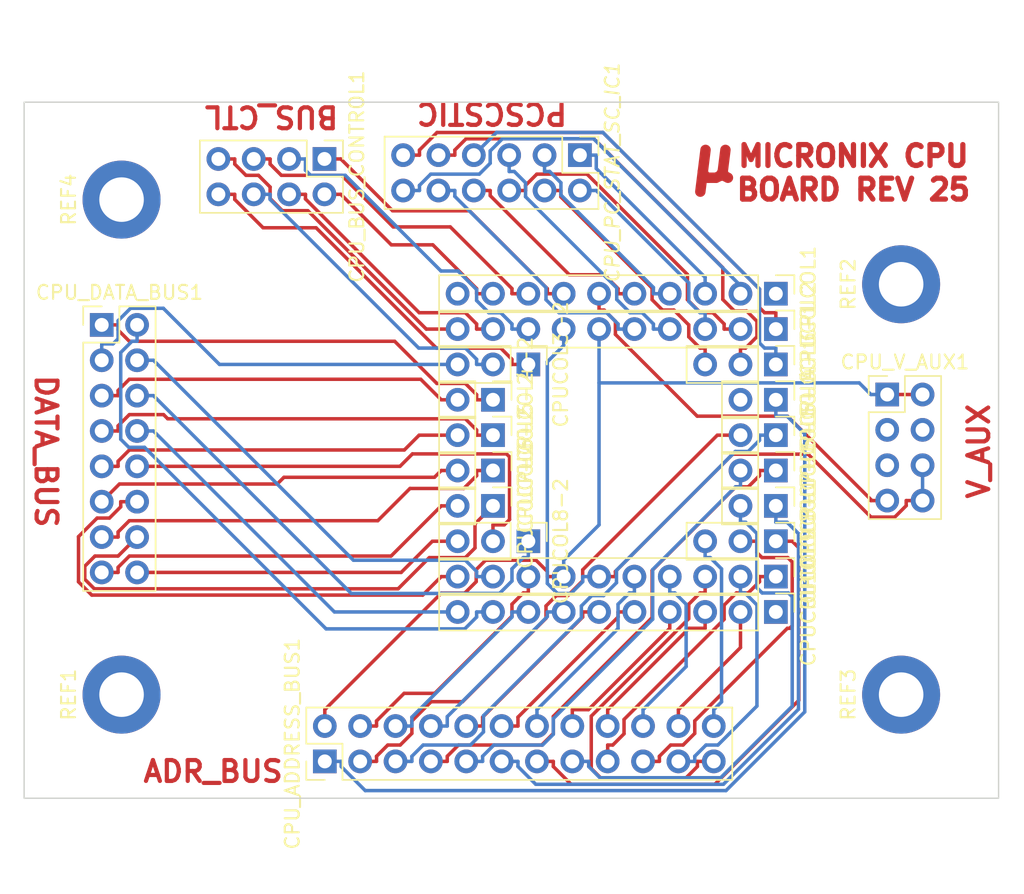
<source format=kicad_pcb>
(kicad_pcb (version 20211014) (generator pcbnew)
  (layers (0 "F.Cu" signal) (31 "B.Cu" signal) (34 "B.Paste" user) (35 "F.Paste" user) (38 "B.Mask" user) (39 "F.Mask" user) (44 "Edge.Cuts" user))
  (net 0 "")
  (net 1 "/K1")
  (net 2 "/J1")
  (net 3 "/H1")
  (net 4 "/G1")
  (net 5 "/F1")
  (net 6 "/E1")
  (net 7 "/D1")
  (net 8 "/C1")
  (net 9 "/B1")
  (net 10 "/A1")
  (net 11 "/K2")
  (net 12 "/J2")
  (net 13 "/H2")
  (net 14 "/G2")
  (net 15 "/F2")
  (net 16 "/D2")
  (net 17 "/C2")
  (net 18 "/B2")
  (net 19 "/A2")
  (net 20 "/K3")
  (net 21 "/J3")
  (net 22 "/H3")
  (net 23 "/C3")
  (net 24 "/B3")
  (net 25 "/A3")
  (net 26 "/K4")
  (net 27 "/J4")
  (net 28 "/B4")
  (net 29 "/A4")
  (net 30 "/K5")
  (net 31 "/J5")
  (net 32 "/B5")
  (net 33 "/A5")
  (net 34 "/K6")
  (net 35 "/J6")
  (net 36 "/B6")
  (net 37 "/A6")
  (net 38 "/K7")
  (net 39 "/J7")
  (net 40 "/B7")
  (net 41 "/A7")
  (net 42 "/K8")
  (net 43 "/J8")
  (net 44 "/H8")
  (net 45 "/C8")
  (net 46 "/B8")
  (net 47 "/A8")
  (net 48 "/K9")
  (net 49 "/J9")
  (net 50 "/H9")
  (net 51 "/G9")
  (net 52 "/F9")
  (net 54 "/D9")
  (net 55 "/C9")
  (net 56 "/B9")
  (net 57 "/A9")
  (net 58 "/K10")
  (net 59 "/J10")
  (net 60 "/H10")
  (net 61 "/G10")
  (net 62 "/F10")
  (net 63 "/E10")
  (net 64 "/D10")
  (net 65 "/C10")
  (net 66 "/B10")
  (net 67 "/A10")
  (footprint "Connector_PinHeader_2.54mm:PinHeader_1x02_P2.54mm_Vertical" (layer "F.Cu") (at 69.425 173.92 -90)
    (fp_text reference "CPUCOL7-1")
    (fp_text value "Conn_01x02_Female")
  )
  (footprint "Connector_PinHeader_2.54mm:PinHeader_1x03_P2.54mm_Vertical" (layer "F.Cu") (at 69.425 163.76 -90)
    (fp_text reference "CPUCOL3-1")
    (fp_text value "Conn_01x03_Female")
  )
  (footprint "MountingHole:MountingHole_3.2mm_M3_DIN965_Pad" (layer "F.Cu") (at 78.425 187.48 90)
    (fp_text reference "REF3")
    (fp_text value "MountingHole_3.2mm_M3_DIN965_Pad")
  )
  (footprint "Connector_PinHeader_2.54mm:PinHeader_1x02_P2.54mm_Vertical" (layer "F.Cu") (at 49.105 173.92 -90)
    (fp_text reference "CPUCOL7-2")
    (fp_text value "Conn_01x02_Female")
  )
  (footprint "Connector_PinHeader_2.54mm:PinHeader_1x02_P2.54mm_Vertical" (layer "F.Cu") (at 49.105 168.84 -90)
    (fp_text reference "CPUCOL5-2")
    (fp_text value "Conn_01x02_Female")
  )
  (footprint "Connector_PinHeader_2.54mm:PinHeader_2x06_P2.54mm_Vertical" (layer "F.Cu") (at 55.35 148.725 -90)
    (fp_text reference "CPU_PC_STAT_SC_IC1")
    (fp_text value "Conn_02x06_Odd_Even")
  )
  (footprint "Connector_PinHeader_2.54mm:PinHeader_1x10_P2.54mm_Vertical" (layer "F.Cu") (at 69.425 158.68 -90)
    (fp_text reference "CPUCOL1")
    (fp_text value "Conn_01x10_Female")
  )
  (footprint "Connector_PinHeader_2.54mm:PinHeader_1x02_P2.54mm_Vertical" (layer "F.Cu") (at 69.425 168.84 -90)
    (fp_text reference "CPUCOL5-1")
    (fp_text value "Conn_01x02_Female")
  )
  (footprint "Connector_PinHeader_2.54mm:PinHeader_1x03_P2.54mm_Vertical" (layer "F.Cu") (at 69.425 176.46 -90)
    (fp_text reference "CPUCOL8-1")
    (fp_text value "Conn_01x03_Female")
  )
  (footprint "Connector_PinHeader_2.54mm:PinHeader_1x02_P2.54mm_Vertical" (layer "F.Cu") (at 69.425 166.3 -90)
    (fp_text reference "CPUCOL4-1")
    (fp_text value "Conn_01x02_Female")
  )
  (footprint "MountingHole:MountingHole_3.2mm_M3_DIN965_Pad" (layer "F.Cu") (at 22.425 151.92 90)
    (fp_text reference "REF4")
    (fp_text value "MountingHole_3.2mm_M3_DIN965_Pad")
  )
  (footprint "Connector_PinHeader_2.54mm:PinHeader_2x04_P2.54mm_Vertical" (layer "F.Cu") (at 77.425 165.92)
    (fp_text reference "CPU_V_AUX1")
    (fp_text value "Conn_02x04_Odd_Even")
  )
  (footprint "Connector_PinHeader_2.54mm:PinHeader_1x10_P2.54mm_Vertical" (layer "F.Cu") (at 69.425 161.22 -90)
    (fp_text reference "CPUCOL2")
    (fp_text value "Conn_01x10_Female")
  )
  (footprint "MountingHole:MountingHole_3.2mm_M3_DIN965_Pad" (layer "F.Cu") (at 78.425 158 90)
    (fp_text reference "REF2")
    (fp_text value "MountingHole_3.2mm_M3_DIN965_Pad")
  )
  (footprint "Connector_PinHeader_2.54mm:PinHeader_1x03_P2.54mm_Vertical" (layer "F.Cu") (at 51.645 163.76 -90)
    (fp_text reference "CPUCOL3-2")
    (fp_text value "Conn_01x03_Female")
  )
  (footprint "Connector_PinHeader_2.54mm:PinHeader_1x02_P2.54mm_Vertical" (layer "F.Cu") (at 49.105 171.38 -90)
    (fp_text reference "CPUCOL6-2")
    (fp_text value "Conn_01x02_Female")
  )
  (footprint "Connector_PinHeader_2.54mm:PinHeader_2x12_P2.54mm_Vertical" (layer "F.Cu") (at 37.025 192.275 90)
    (fp_text reference "CPU_ADDRESS_BUS1")
    (fp_text value "Conn_02x12_Odd_Even")
  )
  (footprint "Connector_PinHeader_2.54mm:PinHeader_1x03_P2.54mm_Vertical" (layer "F.Cu") (at 51.645 176.46 -90)
    (fp_text reference "CPUCOL8-2")
    (fp_text value "Conn_01x03_Female")
  )
  (footprint "Connector_PinHeader_2.54mm:PinHeader_1x02_P2.54mm_Vertical" (layer "F.Cu") (at 49.105 166.3 -90)
    (fp_text reference "CPUCOL4-2")
    (fp_text value "Conn_01x02_Female")
  )
  (footprint "Connector_PinHeader_2.54mm:PinHeader_1x10_P2.54mm_Vertical" (layer "F.Cu") (at 69.425 181.54 -90)
    (fp_text reference "CPUCOL10")
    (fp_text value "Conn_01x10_Female")
  )
  (footprint "Connector_PinHeader_2.54mm:PinHeader_1x10_P2.54mm_Vertical" (layer "F.Cu") (at 69.425 179 -90)
    (fp_text reference "CPUCOL9")
    (fp_text value "Conn_01x10_Female")
  )
  (footprint "Connector_PinHeader_2.54mm:PinHeader_2x04_P2.54mm_Vertical" (layer "F.Cu") (at 37 149 -90)
    (fp_text reference "CPU_BUS_CONTROL1")
    (fp_text value "Conn_02x04_Odd_Even")
  )
  (footprint "MountingHole:MountingHole_3.2mm_M3_DIN965_Pad" (layer "F.Cu") (at 22.425 187.48 90)
    (fp_text reference "REF1")
    (fp_text value "MountingHole_3.2mm_M3_DIN965_Pad")
  )
  (footprint "Connector_PinHeader_2.54mm:PinHeader_1x02_P2.54mm_Vertical" (layer "F.Cu") (at 69.425 171.38 -90)
    (fp_text reference "CPUCOL6-1")
    (fp_text value "Conn_01x02_Female")
  )
  (footprint "Connector_PinHeader_2.54mm:PinHeader_2x08_P2.54mm_Vertical" (layer "F.Cu") (at 21 160.92)
    (fp_text reference "CPU_DATA_BUS1")
    (fp_text value "Conn_02x08_Odd_Even")
  )
  (gr_rect (start 15.425 144.92) (end 85.425 194.92) (layer "Edge.Cuts") (width 0.1) (fill none))
  (gr_text "ADR_BUS" (at 29 193) (layer "F.Cu") (effects (font (size 1.5 1.5) (thickness 0.3))))
  (gr_text "BUS_CTL" (at 33.2 145.97 180) (layer "F.Cu") (effects (font (size 1.5 1.5) (thickness 0.3))))
  (gr_text "μ" (at 65 149) (layer "F.Cu") (effects (font (size 3 3) (thickness 0.75) italic)))
  (gr_text "PCSCSTIC" (at 49.03 145.73 180) (layer "F.Cu") (effects (font (size 1.5 1.5) (thickness 0.3))))
  (gr_text "MICRONIX CPU\nBOARD REV 25" (at 75 150) (layer "F.Cu") (effects (font (size 1.5 1.5) (thickness 0.375))))
  (gr_text "DATA_BUS\n" (at 17 170 270) (layer "F.Cu") (effects (font (size 1.5 1.5) (thickness 0.3))))
  (gr_text "V_AUX\n" (at 84 170 90) (layer "F.Cu") (effects (font (size 1.5 1.5) (thickness 0.3))))
  (segment (start 66.885 158.0984) (end 56.3321 147.5455) (width 0.25) (layer "B.Cu") (net 2))
  (segment (start 48.1231 150.0897) (end 44.6332 150.0897) (width 0.25) (layer "B.Cu") (net 2))
  (segment (start 44.6332 150.0897) (end 43.8253 150.8976) (width 0.25) (layer "B.Cu") (net 2))
  (segment (start 48.9054 148.4232) (end 48.9054 149.3074) (width 0.25) (layer "B.Cu") (net 2))
  (segment (start 42.65 151.265) (end 43.8253 151.265) (width 0.25) (layer "B.Cu") (net 2))
  (segment (start 48.9054 149.3074) (end 48.1231 150.0897) (width 0.25) (layer "B.Cu") (net 2))
  (segment (start 56.3321 147.5455) (end 49.7831 147.5455) (width 0.25) (layer "B.Cu") (net 2))
  (segment (start 43.8253 150.8976) (end 43.8253 151.265) (width 0.25) (layer "B.Cu") (net 2))
  (segment (start 49.7831 147.5455) (end 48.9054 148.4232) (width 0.25) (layer "B.Cu") (net 2))
  (segment (start 66.885 158.68) (end 66.885 158.0984) (width 0.25) (layer "B.Cu") (net 2))
  (segment (start 64.345 158.68) (end 64.345 157.5047) (width 0.25) (layer "B.Cu") (net 3))
  (segment (start 56.5253 149.685) (end 56.5253 148.725) (width 0.25) (layer "B.Cu") (net 3))
  (segment (start 55.35 148.725) (end 56.5253 148.725) (width 0.25) (layer "B.Cu") (net 3))
  (segment (start 64.345 157.5047) (end 56.5253 149.685) (width 0.25) (layer "B.Cu") (net 3))
  (segment (start 53.9853 150.7082) (end 53.1774 149.9003) (width 0.25) (layer "B.Cu") (net 4))
  (segment (start 61.805 158.68) (end 60.6297 158.68) (width 0.25) (layer "B.Cu") (net 4))
  (segment (start 60.6297 158.68) (end 60.6297 158.2325) (width 0.25) (layer "B.Cu") (net 4))
  (segment (start 53.1774 149.9003) (end 52.81 149.9003) (width 0.25) (layer "B.Cu") (net 4))
  (segment (start 52.81 148.725) (end 52.81 149.9003) (width 0.25) (layer "B.Cu") (net 4))
  (segment (start 60.6297 158.2325) (end 53.9853 151.5881) (width 0.25) (layer "B.Cu") (net 4))
  (segment (start 53.9853 151.5881) (end 53.9853 150.7082) (width 0.25) (layer "B.Cu") (net 4))
  (segment (start 54.5911 157.3181) (end 48.9053 151.6323) (width 0.25) (layer "F.Cu") (net 5))
  (segment (start 57.0952 157.3181) (end 54.5911 157.3181) (width 0.25) (layer "F.Cu") (net 5))
  (segment (start 59.265 158.68) (end 58.0897 158.68) (width 0.25) (layer "F.Cu") (net 5))
  (segment (start 58.0897 158.68) (end 58.0897 158.3126) (width 0.25) (layer "F.Cu") (net 5))
  (segment (start 47.73 151.265) (end 48.9053 151.265) (width 0.25) (layer "F.Cu") (net 5))
  (segment (start 58.0897 158.3126) (end 57.0952 157.3181) (width 0.25) (layer "F.Cu") (net 5))
  (segment (start 48.9053 151.6323) (end 48.9053 151.265) (width 0.25) (layer "F.Cu") (net 5))
  (segment (start 57.0924 159.8553) (end 57.9003 160.6632) (width 0.25) (layer "F.Cu") (net 6))
  (segment (start 56.725 159.8553) (end 57.0924 159.8553) (width 0.25) (layer "F.Cu") (net 6))
  (segment (start 70.2586 167.4754) (end 76.2497 173.4665) (width 0.25) (layer "F.Cu") (net 6))
  (segment (start 76.2497 173.4665) (end 76.2497 173.54) (width 0.25) (layer "F.Cu") (net 6))
  (segment (start 57.9003 160.6632) (end 57.9003 161.6013) (width 0.25) (layer "F.Cu") (net 6))
  (segment (start 56.725 158.68) (end 56.725 159.8553) (width 0.25) (layer "F.Cu") (net 6))
  (segment (start 77.425 173.54) (end 76.2497 173.54) (width 0.25) (layer "F.Cu") (net 6))
  (segment (start 63.7744 167.4754) (end 70.2586 167.4754) (width 0.25) (layer "F.Cu") (net 6))
  (segment (start 57.9003 161.6013) (end 63.7744 167.4754) (width 0.25) (layer "F.Cu") (net 6))
  (segment (start 53.0097 158.3127) (end 47.4208 152.7238) (width 0.25) (layer "F.Cu") (net 7))
  (segment (start 54.185 158.68) (end 53.0097 158.68) (width 0.25) (layer "F.Cu") (net 7))
  (segment (start 41.8991 152.7238) (end 38.1753 149) (width 0.25) (layer "F.Cu") (net 7))
  (segment (start 47.4208 152.7238) (end 41.8991 152.7238) (width 0.25) (layer "F.Cu") (net 7))
  (segment (start 37 149) (end 38.1753 149) (width 0.25) (layer "F.Cu") (net 7))
  (segment (start 53.0097 158.68) (end 53.0097 158.3127) (width 0.25) (layer "F.Cu") (net 7))
  (segment (start 33.0953 149.3674) (end 33.0953 149) (width 0.25) (layer "F.Cu") (net 8))
  (segment (start 50.4697 158.68) (end 50.4697 158.3127) (width 0.25) (layer "F.Cu") (net 8))
  (segment (start 33.9032 150.1753) (end 33.0953 149.3674) (width 0.25) (layer "F.Cu") (net 8))
  (segment (start 51.645 158.68) (end 50.4697 158.68) (width 0.25) (layer "F.Cu") (net 8))
  (segment (start 31.92 149) (end 33.0953 149) (width 0.25) (layer "F.Cu") (net 8))
  (segment (start 50.4697 158.3127) (end 46.0378 153.8808) (width 0.25) (layer "F.Cu") (net 8))
  (segment (start 38.231 150.1753) (end 33.9032 150.1753) (width 0.25) (layer "F.Cu") (net 8))
  (segment (start 41.9365 153.8808) (end 38.231 150.1753) (width 0.25) (layer "F.Cu") (net 8))
  (segment (start 46.0378 153.8808) (end 41.9365 153.8808) (width 0.25) (layer "F.Cu") (net 8))
  (segment (start 47.9297 158.3126) (end 47.9297 158.68) (width 0.25) (layer "F.Cu") (net 9))
  (segment (start 37 151.54) (end 38.1753 151.54) (width 0.25) (layer "F.Cu") (net 9))
  (segment (start 49.105 158.68) (end 47.9297 158.68) (width 0.25) (layer "F.Cu") (net 9))
  (segment (start 41.8048 155.1695) (end 44.7866 155.1695) (width 0.25) (layer "F.Cu") (net 9))
  (segment (start 44.7866 155.1695) (end 47.9297 158.3126) (width 0.25) (layer "F.Cu") (net 9))
  (segment (start 38.1753 151.54) (end 41.8048 155.1695) (width 0.25) (layer "F.Cu") (net 9))
  (segment (start 68.6169 160.0447) (end 68.2497 159.6775) (width 0.25) (layer "F.Cu") (net 11))
  (segment (start 68.2497 158.3469) (end 57.0022 147.0994) (width 0.25) (layer "F.Cu") (net 11))
  (segment (start 69.425 161.22) (end 69.425 160.0447) (width 0.25) (layer "F.Cu") (net 11))
  (segment (start 69.425 160.0447) (end 68.6169 160.0447) (width 0.25) (layer "F.Cu") (net 11))
  (segment (start 42.65 148.725) (end 43.8253 148.725) (width 0.25) (layer "F.Cu") (net 11))
  (segment (start 68.2497 159.6775) (end 68.2497 158.3469) (width 0.25) (layer "F.Cu") (net 11))
  (segment (start 43.8253 148.3576) (end 43.8253 148.725) (width 0.25) (layer "F.Cu") (net 11))
  (segment (start 57.0022 147.0994) (end 45.0835 147.0994) (width 0.25) (layer "F.Cu") (net 11))
  (segment (start 45.0835 147.0994) (end 43.8253 148.3576) (width 0.25) (layer "F.Cu") (net 11))
  (segment (start 63.075 159.111) (end 63.075 157.3004) (width 0.25) (layer "F.Cu") (net 12))
  (segment (start 64.0087 160.0447) (end 63.075 159.111) (width 0.25) (layer "F.Cu") (net 12))
  (segment (start 63.075 157.3004) (end 55.8643 150.0897) (width 0.25) (layer "F.Cu") (net 12))
  (segment (start 64.9018 160.0447) (end 64.0087 160.0447) (width 0.25) (layer "F.Cu") (net 12))
  (segment (start 52.2532 150.0897) (end 51.4453 150.8976) (width 0.25) (layer "F.Cu") (net 12))
  (segment (start 51.4453 150.8976) (end 51.4453 151.265) (width 0.25) (layer "F.Cu") (net 12))
  (segment (start 65.7097 160.8526) (end 64.9018 160.0447) (width 0.25) (layer "F.Cu") (net 12))
  (segment (start 50.27 151.265) (end 51.4453 151.265) (width 0.25) (layer "F.Cu") (net 12))
  (segment (start 65.7097 161.22) (end 65.7097 160.8526) (width 0.25) (layer "F.Cu") (net 12))
  (segment (start 55.8643 150.0897) (end 52.2532 150.0897) (width 0.25) (layer "F.Cu") (net 12))
  (segment (start 66.885 161.22) (end 65.7097 161.22) (width 0.25) (layer "F.Cu") (net 12))
  (segment (start 64.345 161.22) (end 64.345 160.0447) (width 0.25) (layer "B.Cu") (net 13))
  (segment (start 63.1697 157.9094) (end 56.5253 151.265) (width 0.25) (layer "B.Cu") (net 13))
  (segment (start 63.9776 160.0447) (end 63.1697 159.2368) (width 0.25) (layer "B.Cu") (net 13))
  (segment (start 55.35 151.265) (end 56.5253 151.265) (width 0.25) (layer "B.Cu") (net 13))
  (segment (start 64.345 160.0447) (end 63.9776 160.0447) (width 0.25) (layer "B.Cu") (net 13))
  (segment (start 63.1697 159.2368) (end 63.1697 157.9094) (width 0.25) (layer "B.Cu") (net 13))
  (segment (start 50.6374 149.9003) (end 50.27 149.9003) (width 0.25) (layer "B.Cu") (net 14))
  (segment (start 57.995 159.0942) (end 57.995 158.2623) (width 0.25) (layer "B.Cu") (net 14))
  (segment (start 60.6297 160.8526) (end 59.8218 160.0447) (width 0.25) (layer "B.Cu") (net 14))
  (segment (start 59.8218 160.0447) (end 58.9455 160.0447) (width 0.25) (layer "B.Cu") (net 14))
  (segment (start 57.995 158.2623) (end 51.4453 151.7126) (width 0.25) (layer "B.Cu") (net 14))
  (segment (start 61.805 161.22) (end 60.6297 161.22) (width 0.25) (layer "B.Cu") (net 14))
  (segment (start 50.27 148.725) (end 50.27 149.9003) (width 0.25) (layer "B.Cu") (net 14))
  (segment (start 51.4453 150.7082) (end 50.6374 149.9003) (width 0.25) (layer "B.Cu") (net 14))
  (segment (start 51.4453 151.7126) (end 51.4453 150.7082) (width 0.25) (layer "B.Cu") (net 14))
  (segment (start 58.9455 160.0447) (end 57.995 159.0942) (width 0.25) (layer "B.Cu") (net 14))
  (segment (start 60.6297 161.22) (end 60.6297 160.8526) (width 0.25) (layer "B.Cu") (net 14))
  (segment (start 52.915 158.2371) (end 46.3653 151.6874) (width 0.25) (layer "B.Cu") (net 15))
  (segment (start 58.0897 160.8526) (end 57.2818 160.0447) (width 0.25) (layer "B.Cu") (net 15))
  (segment (start 57.2818 160.0447) (end 53.8487 160.0447) (width 0.25) (layer "B.Cu") (net 15))
  (segment (start 46.3653 151.6874) (end 46.3653 151.265) (width 0.25) (layer "B.Cu") (net 15))
  (segment (start 45.19 151.265) (end 46.3653 151.265) (width 0.25) (layer "B.Cu") (net 15))
  (segment (start 53.8487 160.0447) (end 52.915 159.111) (width 0.25) (layer "B.Cu") (net 15))
  (segment (start 58.0897 161.22) (end 58.0897 160.8526) (width 0.25) (layer "B.Cu") (net 15))
  (segment (start 59.265 161.22) (end 58.0897 161.22) (width 0.25) (layer "B.Cu") (net 15))
  (segment (start 52.915 159.111) (end 52.915 158.2371) (width 0.25) (layer "B.Cu") (net 15))
  (segment (start 66.3284 170.2046) (end 71.7391 170.2046) (width 0.25) (layer "F.Cu") (net 16))
  (segment (start 77.9672 174.7278) (end 78.7897 173.9053) (width 0.25) (layer "F.Cu") (net 16))
  (segment (start 78.7897 173.9053) (end 78.7897 173.54) (width 0.25) (layer "F.Cu") (net 16))
  (segment (start 76.2623 174.7278) (end 77.9672 174.7278) (width 0.25) (layer "F.Cu") (net 16))
  (segment (start 57.9003 178.6327) (end 66.3284 170.2046) (width 0.25) (layer "F.Cu") (net 16))
  (segment (start 71.7391 170.2046) (end 76.2623 174.7278) (width 0.25) (layer "F.Cu") (net 16))
  (segment (start 57.9003 179) (end 57.9003 178.6327) (width 0.25) (layer "F.Cu") (net 16))
  (segment (start 79.965 173.54) (end 78.7897 173.54) (width 0.25) (layer "F.Cu") (net 16))
  (segment (start 56.725 179) (end 57.9003 179) (width 0.25) (layer "F.Cu") (net 16))
  (segment (start 53.7355 180.2153) (end 53.0097 179.4895) (width 0.25) (layer "B.Cu") (net 16))
  (segment (start 79.965 173.54) (end 79.965 171) (width 0.25) (layer "B.Cu") (net 16))
  (segment (start 54.7017 180.2153) (end 53.7355 180.2153) (width 0.25) (layer "B.Cu") (net 16))
  (segment (start 55.5497 179) (end 55.5497 179.3673) (width 0.25) (layer "B.Cu") (net 16))
  (segment (start 54.185 161.22) (end 54.185 162.3953) (width 0.25) (layer "B.Cu") (net 16))
  (segment (start 53.0097 163.5706) (end 54.185 162.3953) (width 0.25) (layer "B.Cu") (net 16))
  (segment (start 56.725 179) (end 55.5497 179) (width 0.25) (layer "B.Cu") (net 16))
  (segment (start 55.5497 179.3673) (end 54.7017 180.2153) (width 0.25) (layer "B.Cu") (net 16))
  (segment (start 53.0097 179.4895) (end 53.0097 163.5706) (width 0.25) (layer "B.Cu") (net 16))
  (segment (start 50.4697 160.8526) (end 49.6618 160.0447) (width 0.25) (layer "B.Cu") (net 17))
  (segment (start 46.5952 157.0477) (end 45.3691 157.0477) (width 0.25) (layer "B.Cu") (net 17))
  (segment (start 35.6353 149.8081) (end 35.6353 149) (width 0.25) (layer "B.Cu") (net 17))
  (segment (start 36.0025 150.1753) (end 35.6353 149.8081) (width 0.25) (layer "B.Cu") (net 17))
  (segment (start 50.4697 161.22) (end 50.4697 160.8526) (width 0.25) (layer "B.Cu") (net 17))
  (segment (start 38.4967 150.1753) (end 36.0025 150.1753) (width 0.25) (layer "B.Cu") (net 17))
  (segment (start 48.8049 160.0447) (end 47.9296 159.1694) (width 0.25) (layer "B.Cu") (net 17))
  (segment (start 34.46 149) (end 35.6353 149) (width 0.25) (layer "B.Cu") (net 17))
  (segment (start 45.3691 157.0477) (end 38.4967 150.1753) (width 0.25) (layer "B.Cu") (net 17))
  (segment (start 47.9296 159.1694) (end 47.9296 158.3821) (width 0.25) (layer "B.Cu") (net 17))
  (segment (start 47.9296 158.3821) (end 46.5952 157.0477) (width 0.25) (layer "B.Cu") (net 17))
  (segment (start 51.645 161.22) (end 50.4697 161.22) (width 0.25) (layer "B.Cu") (net 17))
  (segment (start 49.6618 160.0447) (end 48.8049 160.0447) (width 0.25) (layer "B.Cu") (net 17))
  (segment (start 47.9297 161.22) (end 47.9297 160.8526) (width 0.25) (layer "F.Cu") (net 18))
  (segment (start 47.1218 160.0447) (end 43.8076 160.0447) (width 0.25) (layer "F.Cu") (net 18))
  (segment (start 34.46 151.54) (end 35.6353 151.54) (width 0.25) (layer "F.Cu") (net 18))
  (segment (start 35.6353 151.8724) (end 35.6353 151.54) (width 0.25) (layer "F.Cu") (net 18))
  (segment (start 47.9297 160.8526) (end 47.1218 160.0447) (width 0.25) (layer "F.Cu") (net 18))
  (segment (start 43.8076 160.0447) (end 35.6353 151.8724) (width 0.25) (layer "F.Cu") (net 18))
  (segment (start 49.105 161.22) (end 47.9297 161.22) (width 0.25) (layer "F.Cu") (net 18))
  (segment (start 33.0954 151.0144) (end 32.2563 150.1753) (width 0.25) (layer "F.Cu") (net 19))
  (segment (start 33.0954 151.8397) (end 33.0954 151.0144) (width 0.25) (layer "F.Cu") (net 19))
  (segment (start 29.38 149) (end 30.5553 149) (width 0.25) (layer "F.Cu") (net 19))
  (segment (start 46.565 161.22) (end 44.3111 161.22) (width 0.25) (layer "F.Cu") (net 19))
  (segment (start 44.3111 161.22) (end 35.8064 152.7153) (width 0.25) (layer "F.Cu") (net 19))
  (segment (start 31.3632 150.1753) (end 30.5553 149.3674) (width 0.25) (layer "F.Cu") (net 19))
  (segment (start 30.5553 149.3674) (end 30.5553 149) (width 0.25) (layer "F.Cu") (net 19))
  (segment (start 33.971 152.7153) (end 33.0954 151.8397) (width 0.25) (layer "F.Cu") (net 19))
  (segment (start 32.2563 150.1753) (end 31.3632 150.1753) (width 0.25) (layer "F.Cu") (net 19))
  (segment (start 35.8064 152.7153) (end 33.971 152.7153) (width 0.25) (layer "F.Cu") (net 19))
  (segment (start 69.425 163.76) (end 69.425 162.5847) (width 0.25) (layer "B.Cu") (net 20))
  (segment (start 57.0005 147.0951) (end 49.3599 147.0951) (width 0.25) (layer "B.Cu") (net 20))
  (segment (start 68.6169 162.5847) (end 68.2497 162.2175) (width 0.25) (layer "B.Cu") (net 20))
  (segment (start 69.425 162.5847) (end 68.6169 162.5847) (width 0.25) (layer "B.Cu") (net 20))
  (segment (start 68.2497 162.2175) (end 68.2497 158.3443) (width 0.25) (layer "B.Cu") (net 20))
  (segment (start 68.2497 158.3443) (end 57.0005 147.0951) (width 0.25) (layer "B.Cu") (net 20))
  (segment (start 49.3599 147.0951) (end 47.73 148.725) (width 0.25) (layer "B.Cu") (net 20))
  (segment (start 66.4374 159.9166) (end 65.615 159.0942) (width 0.25) (layer "F.Cu") (net 21))
  (segment (start 68.0655 161.7715) (end 68.0655 160.6581) (width 0.25) (layer "F.Cu") (net 21))
  (segment (start 56.3542 147.5497) (end 47.1732 147.5497) (width 0.25) (layer "F.Cu") (net 21))
  (segment (start 65.615 156.8105) (end 56.3542 147.5497) (width 0.25) (layer "F.Cu") (net 21))
  (segment (start 46.3653 148.3576) (end 46.3653 148.725) (width 0.25) (layer "F.Cu") (net 21))
  (segment (start 66.885 163.76) (end 66.885 162.5847) (width 0.25) (layer "F.Cu") (net 21))
  (segment (start 67.324 159.9166) (end 66.4374 159.9166) (width 0.25) (layer "F.Cu") (net 21))
  (segment (start 67.2523 162.5847) (end 68.0655 161.7715) (width 0.25) (layer "F.Cu") (net 21))
  (segment (start 68.0655 160.6581) (end 67.324 159.9166) (width 0.25) (layer "F.Cu") (net 21))
  (segment (start 45.19 148.725) (end 46.3653 148.725) (width 0.25) (layer "F.Cu") (net 21))
  (segment (start 47.1732 147.5497) (end 46.3653 148.3576) (width 0.25) (layer "F.Cu") (net 21))
  (segment (start 66.885 162.5847) (end 67.2523 162.5847) (width 0.25) (layer "F.Cu") (net 21))
  (segment (start 65.615 159.0942) (end 65.615 156.8105) (width 0.25) (layer "F.Cu") (net 21))
  (segment (start 53.9853 151.7241) (end 53.9853 151.265) (width 0.25) (layer "F.Cu") (net 22))
  (segment (start 64.345 163.76) (end 64.345 162.5847) (width 0.25) (layer "F.Cu") (net 22))
  (segment (start 64.345 162.5847) (end 63.9776 162.5847) (width 0.25) (layer "F.Cu") (net 22))
  (segment (start 52.81 151.265) (end 53.9853 151.265) (width 0.25) (layer "F.Cu") (net 22))
  (segment (start 60.535 159.111) (end 60.535 158.2738) (width 0.25) (layer "F.Cu") (net 22))
  (segment (start 62.1046 159.8554) (end 61.2794 159.8554) (width 0.25) (layer "F.Cu") (net 22))
  (segment (start 63.9776 162.5847) (end 63.1697 161.7768) (width 0.25) (layer "F.Cu") (net 22))
  (segment (start 63.1697 160.9205) (end 62.1046 159.8554) (width 0.25) (layer "F.Cu") (net 22))
  (segment (start 61.2794 159.8554) (end 60.535 159.111) (width 0.25) (layer "F.Cu") (net 22))
  (segment (start 60.535 158.2738) (end 53.9853 151.7241) (width 0.25) (layer "F.Cu") (net 22))
  (segment (start 63.1697 161.7768) (end 63.1697 160.9205) (width 0.25) (layer "F.Cu") (net 22))
  (segment (start 49.6618 162.5847) (end 45.0389 162.5847) (width 0.25) (layer "F.Cu") (net 23))
  (segment (start 30.5553 151.9073) (end 30.5553 151.54) (width 0.25) (layer "F.Cu") (net 23))
  (segment (start 50.4697 163.3926) (end 49.6618 162.5847) (width 0.25) (layer "F.Cu") (net 23))
  (segment (start 50.4697 163.76) (end 50.4697 163.3926) (width 0.25) (layer "F.Cu") (net 23))
  (segment (start 45.0389 162.5847) (end 36.3969 153.9427) (width 0.25) (layer "F.Cu") (net 23))
  (segment (start 29.38 151.54) (end 30.5553 151.54) (width 0.25) (layer "F.Cu") (net 23))
  (segment (start 36.3969 153.9427) (end 32.5907 153.9427) (width 0.25) (layer "F.Cu") (net 23))
  (segment (start 51.645 163.76) (end 50.4697 163.76) (width 0.25) (layer "F.Cu") (net 23))
  (segment (start 32.5907 153.9427) (end 30.5553 151.9073) (width 0.25) (layer "F.Cu") (net 23))
  (segment (start 47.1218 162.5847) (end 43.7727 162.5847) (width 0.25) (layer "B.Cu") (net 24))
  (segment (start 43.7727 162.5847) (end 33.0953 151.9073) (width 0.25) (layer "B.Cu") (net 24))
  (segment (start 31.92 151.54) (end 33.0953 151.54) (width 0.25) (layer "B.Cu") (net 24))
  (segment (start 49.105 163.76) (end 47.9297 163.76) (width 0.25) (layer "B.Cu") (net 24))
  (segment (start 33.0953 151.9073) (end 33.0953 151.54) (width 0.25) (layer "B.Cu") (net 24))
  (segment (start 47.9297 163.76) (end 47.9297 163.3926) (width 0.25) (layer "B.Cu") (net 24))
  (segment (start 47.9297 163.3926) (end 47.1218 162.5847) (width 0.25) (layer "B.Cu") (net 24))
  (segment (start 46.565 163.76) (end 29.4593 163.76) (width 0.25) (layer "B.Cu") (net 25))
  (segment (start 22.1753 160.6223) (end 22.1753 161.9175) (width 0.25) (layer "B.Cu") (net 25))
  (segment (start 23.071 159.7266) (end 22.1753 160.6223) (width 0.25) (layer "B.Cu") (net 25))
  (segment (start 21.8081 162.2847) (end 21 162.2847) (width 0.25) (layer "B.Cu") (net 25))
  (segment (start 29.4593 163.76) (end 25.4259 159.7266) (width 0.25) (layer "B.Cu") (net 25))
  (segment (start 25.4259 159.7266) (end 23.071 159.7266) (width 0.25) (layer "B.Cu") (net 25))
  (segment (start 22.1753 161.9175) (end 21.8081 162.2847) (width 0.25) (layer "B.Cu") (net 25))
  (segment (start 21 163.46) (end 21 162.2847) (width 0.25) (layer "B.Cu") (net 25))
  (segment (start 38.2003 192.6423) (end 38.2003 192.275) (width 0.25) (layer "B.Cu") (net 26))
  (segment (start 71.5012 168.7435) (end 71.5012 188.7173) (width 0.25) (layer "B.Cu") (net 26))
  (segment (start 39.9299 194.3719) (end 38.2003 192.6423) (width 0.25) (layer "B.Cu") (net 26))
  (segment (start 70.233 167.4753) (end 71.5012 168.7435) (width 0.25) (layer "B.Cu") (net 26))
  (segment (start 71.5012 188.7173) (end 65.8466 194.3719) (width 0.25) (layer "B.Cu") (net 26))
  (segment (start 65.8466 194.3719) (end 39.9299 194.3719) (width 0.25) (layer "B.Cu") (net 26))
  (segment (start 69.425 167.4753) (end 70.233 167.4753) (width 0.25) (layer "B.Cu") (net 26))
  (segment (start 69.425 166.3) (end 69.425 167.4753) (width 0.25) (layer "B.Cu") (net 26))
  (segment (start 37.025 192.275) (end 38.2003 192.275) (width 0.25) (layer "B.Cu") (net 26))
  (segment (start 49.105 166.3) (end 47.9297 166.3) (width 0.25) (layer "F.Cu") (net 28))
  (segment (start 22.1753 160.92) (end 22.1753 161.2874) (width 0.25) (layer "F.Cu") (net 28))
  (segment (start 21 160.92) (end 22.1753 160.92) (width 0.25) (layer "F.Cu") (net 28))
  (segment (start 22.9832 162.0953) (end 42.0411 162.0953) (width 0.25) (layer "F.Cu") (net 28))
  (segment (start 47.9297 165.9326) (end 47.9297 166.3) (width 0.25) (layer "F.Cu") (net 28))
  (segment (start 42.0411 162.0953) (end 45.0705 165.1247) (width 0.25) (layer "F.Cu") (net 28))
  (segment (start 47.1218 165.1247) (end 47.9297 165.9326) (width 0.25) (layer "F.Cu") (net 28))
  (segment (start 45.0705 165.1247) (end 47.1218 165.1247) (width 0.25) (layer "F.Cu") (net 28))
  (segment (start 22.1753 161.2874) (end 22.9832 162.0953) (width 0.25) (layer "F.Cu") (net 28))
  (segment (start 46.565 166.3) (end 45.3897 166.3) (width 0.25) (layer "F.Cu") (net 29))
  (segment (start 45.3897 166.3) (end 43.9144 164.8247) (width 0.25) (layer "F.Cu") (net 29))
  (segment (start 22.9832 164.8247) (end 22.1753 165.6326) (width 0.25) (layer "F.Cu") (net 29))
  (segment (start 21 166) (end 22.1753 166) (width 0.25) (layer "F.Cu") (net 29))
  (segment (start 43.9144 164.8247) (end 22.9832 164.8247) (width 0.25) (layer "F.Cu") (net 29))
  (segment (start 22.1753 165.6326) (end 22.1753 166) (width 0.25) (layer "F.Cu") (net 29))
  (segment (start 55.455 181.109) (end 55.455 181.9567) (width 0.25) (layer "B.Cu") (net 30))
  (segment (start 44.0882 191.0997) (end 43.2803 191.9076) (width 0.25) (layer "B.Cu") (net 30))
  (segment (start 68.2497 169.2074) (end 67.4418 170.0153) (width 0.25) (layer "B.Cu") (net 30))
  (segment (start 69.425 168.84) (end 68.2497 168.84) (width 0.25) (layer "B.Cu") (net 30))
  (segment (start 66.5095 170.0153) (end 57.9771 178.5477) (width 0.25) (layer "B.Cu") (net 30))
  (segment (start 67.4418 170.0153) (end 66.5095 170.0153) (width 0.25) (layer "B.Cu") (net 30))
  (segment (start 57.9771 179.4398) (end 57.0523 180.3646) (width 0.25) (layer "B.Cu") (net 30))
  (segment (start 47.4854 191.0997) (end 44.0882 191.0997) (width 0.25) (layer "B.Cu") (net 30))
  (segment (start 43.2803 191.9076) (end 43.2803 192.275) (width 0.25) (layer "B.Cu") (net 30))
  (segment (start 48.4216 188.9901) (end 48.4216 190.1635) (width 0.25) (layer "B.Cu") (net 30))
  (segment (start 57.9771 178.5477) (end 57.9771 179.4398) (width 0.25) (layer "B.Cu") (net 30))
  (segment (start 68.2497 168.84) (end 68.2497 169.2074) (width 0.25) (layer "B.Cu") (net 30))
  (segment (start 55.455 181.9567) (end 48.4216 188.9901) (width 0.25) (layer "B.Cu") (net 30))
  (segment (start 56.1994 180.3646) (end 55.455 181.109) (width 0.25) (layer "B.Cu") (net 30))
  (segment (start 57.0523 180.3646) (end 56.1994 180.3646) (width 0.25) (layer "B.Cu") (net 30))
  (segment (start 42.105 192.275) (end 43.2803 192.275) (width 0.25) (layer "B.Cu") (net 30))
  (segment (start 48.4216 190.1635) (end 47.4854 191.0997) (width 0.25) (layer "B.Cu") (net 30))
  (segment (start 43.2804 190.2606) (end 42.4413 191.0997) (width 0.25) (layer "F.Cu") (net 31))
  (segment (start 41.5482 191.0997) (end 40.7403 191.9076) (width 0.25) (layer "F.Cu") (net 31))
  (segment (start 40.7403 191.9076) (end 40.7403 192.275) (width 0.25) (layer "F.Cu") (net 31))
  (segment (start 53.6594 180.3646) (end 52.915 181.109) (width 0.25) (layer "F.Cu") (net 31))
  (segment (start 66.885 168.84) (end 65.2228 168.84) (width 0.25) (layer "F.Cu") (net 31))
  (segment (start 52.915 181.9941) (end 46.923 187.9861) (width 0.25) (layer "F.Cu") (net 31))
  (segment (start 65.2228 168.84) (end 55.5497 178.5131) (width 0.25) (layer "F.Cu") (net 31))
  (segment (start 42.4413 191.0997) (end 41.5482 191.0997) (width 0.25) (layer "F.Cu") (net 31))
  (segment (start 46.923 187.9861) (end 44.664 187.9861) (width 0.25) (layer "F.Cu") (net 31))
  (segment (start 54.4846 180.3646) (end 53.6594 180.3646) (width 0.25) (layer "F.Cu") (net 31))
  (segment (start 39.565 192.275) (end 40.7403 192.275) (width 0.25) (layer "F.Cu") (net 31))
  (segment (start 55.5497 178.5131) (end 55.5497 179.2995) (width 0.25) (layer "F.Cu") (net 31))
  (segment (start 52.915 181.109) (end 52.915 181.9941) (width 0.25) (layer "F.Cu") (net 31))
  (segment (start 44.664 187.9861) (end 43.2804 189.3697) (width 0.25) (layer "F.Cu") (net 31))
  (segment (start 55.5497 179.2995) (end 54.4846 180.3646) (width 0.25) (layer "F.Cu") (net 31))
  (segment (start 43.2804 189.3697) (end 43.2804 190.2606) (width 0.25) (layer "F.Cu") (net 31))
  (segment (start 25.7431 167.6647) (end 25.4431 167.3647) (width 0.25) (layer "F.Cu") (net 32))
  (segment (start 22.1753 168.1726) (end 22.1753 168.54) (width 0.25) (layer "F.Cu") (net 32))
  (segment (start 22.9832 167.3647) (end 22.1753 168.1726) (width 0.25) (layer "F.Cu") (net 32))
  (segment (start 47.9297 168.4726) (end 47.1218 167.6647) (width 0.25) (layer "F.Cu") (net 32))
  (segment (start 47.9297 168.84) (end 47.9297 168.4726) (width 0.25) (layer "F.Cu") (net 32))
  (segment (start 49.105 168.84) (end 47.9297 168.84) (width 0.25) (layer "F.Cu") (net 32))
  (segment (start 21 168.54) (end 22.1753 168.54) (width 0.25) (layer "F.Cu") (net 32))
  (segment (start 25.4431 167.3647) (end 22.9832 167.3647) (width 0.25) (layer "F.Cu") (net 32))
  (segment (start 47.1218 167.6647) (end 25.7431 167.6647) (width 0.25) (layer "F.Cu") (net 32))
  (segment (start 22.9832 169.9047) (end 22.1753 170.7126) (width 0.25) (layer "F.Cu") (net 33))
  (segment (start 46.565 168.84) (end 45.3897 168.84) (width 0.25) (layer "F.Cu") (net 33))
  (segment (start 43.8012 168.84) (end 42.7365 169.9047) (width 0.25) (layer "F.Cu") (net 33))
  (segment (start 21 171.08) (end 22.1753 171.08) (width 0.25) (layer "F.Cu") (net 33))
  (segment (start 45.3897 168.84) (end 43.8012 168.84) (width 0.25) (layer "F.Cu") (net 33))
  (segment (start 22.1753 170.7126) (end 22.1753 171.08) (width 0.25) (layer "F.Cu") (net 33))
  (segment (start 42.7365 169.9047) (end 22.9832 169.9047) (width 0.25) (layer "F.Cu") (net 33))
  (segment (start 60.535 181.9473) (end 53.4404 189.0419) (width 0.25) (layer "F.Cu") (net 34))
  (segment (start 60.535 178.5636) (end 60.535 181.9473) (width 0.25) (layer "F.Cu") (net 34))
  (segment (start 45.8203 191.9076) (end 45.8203 192.275) (width 0.25) (layer "F.Cu") (net 34))
  (segment (start 68.2497 171.38) (end 68.2497 171.7474) (width 0.25) (layer "F.Cu") (net 34))
  (segment (start 53.4404 190.2689) (end 52.6096 191.0997) (width 0.25) (layer "F.Cu") (net 34))
  (segment (start 52.6096 191.0997) (end 46.6282 191.0997) (width 0.25) (layer "F.Cu") (net 34))
  (segment (start 44.645 192.275) (end 45.8203 192.275) (width 0.25) (layer "F.Cu") (net 34))
  (segment (start 68.2497 171.7474) (end 67.4418 172.5553) (width 0.25) (layer "F.Cu") (net 34))
  (segment (start 69.425 171.38) (end 68.2497 171.38) (width 0.25) (layer "F.Cu") (net 34))
  (segment (start 66.5433 172.5553) (end 60.535 178.5636) (width 0.25) (layer "F.Cu") (net 34))
  (segment (start 53.4404 189.0419) (end 53.4404 190.2689) (width 0.25) (layer "F.Cu") (net 34))
  (segment (start 67.4418 172.5553) (end 66.5433 172.5553) (width 0.25) (layer "F.Cu") (net 34))
  (segment (start 46.6282 191.0997) (end 45.8203 191.9076) (width 0.25) (layer "F.Cu") (net 34))
  (segment (start 60.5781 182.0617) (end 53.4404 189.1994) (width 0.25) (layer "B.Cu") (net 35))
  (segment (start 66.885 172.5553) (end 66.5177 172.5553) (width 0.25) (layer "B.Cu") (net 35))
  (segment (start 47.185 192.275) (end 48.3603 192.275) (width 0.25) (layer "B.Cu") (net 35))
  (segment (start 66.885 171.38) (end 66.885 172.5553) (width 0.25) (layer "B.Cu") (net 35))
  (segment (start 60.5781 178.4949) (end 60.5781 182.0617) (width 0.25) (layer "B.Cu") (net 35))
  (segment (start 49.1682 191.0997) (end 48.3603 191.9076) (width 0.25) (layer "B.Cu") (net 35))
  (segment (start 53.4404 189.1994) (end 53.4404 190.328) (width 0.25) (layer "B.Cu") (net 35))
  (segment (start 52.6687 191.0997) (end 49.1682 191.0997) (width 0.25) (layer "B.Cu") (net 35))
  (segment (start 53.4404 190.328) (end 52.6687 191.0997) (width 0.25) (layer "B.Cu") (net 35))
  (segment (start 48.3603 191.9076) (end 48.3603 192.275) (width 0.25) (layer "B.Cu") (net 35))
  (segment (start 66.5177 172.5553) (end 60.5781 178.4949) (width 0.25) (layer "B.Cu") (net 35))
  (segment (start 47.9297 171.38) (end 47.9297 171.7473) (width 0.25) (layer "F.Cu") (net 36))
  (segment (start 47.9297 171.7473) (end 47.0072 172.6698) (width 0.25) (layer "F.Cu") (net 36))
  (segment (start 22.1753 175.7926) (end 22.1753 176.16) (width 0.25) (layer "F.Cu") (net 36))
  (segment (start 49.105 171.38) (end 47.9297 171.38) (width 0.25) (layer "F.Cu") (net 36))
  (segment (start 22.9832 174.9847) (end 22.1753 175.7926) (width 0.25) (layer "F.Cu") (net 36))
  (segment (start 47.0072 172.6698) (end 43.1446 172.6698) (width 0.25) (layer "F.Cu") (net 36))
  (segment (start 40.8297 174.9847) (end 22.9832 174.9847) (width 0.25) (layer "F.Cu") (net 36))
  (segment (start 21 176.16) (end 22.1753 176.16) (width 0.25) (layer "F.Cu") (net 36))
  (segment (start 43.1446 172.6698) (end 40.8297 174.9847) (width 0.25) (layer "F.Cu") (net 36))
  (segment (start 45.3897 171.38) (end 44.9025 171.8672) (width 0.25) (layer "F.Cu") (net 37))
  (segment (start 33.6052 172.35) (end 22.27 172.35) (width 0.25) (layer "F.Cu") (net 37))
  (segment (start 44.9025 171.8672) (end 34.088 171.8672) (width 0.25) (layer "F.Cu") (net 37))
  (segment (start 34.088 171.8672) (end 33.6052 172.35) (width 0.25) (layer "F.Cu") (net 37))
  (segment (start 22.27 172.35) (end 21 173.62) (width 0.25) (layer "F.Cu") (net 37))
  (segment (start 46.565 171.38) (end 45.3897 171.38) (width 0.25) (layer "F.Cu") (net 37))
  (segment (start 69.425 173.92) (end 69.425 175.0953) (width 0.25) (layer "B.Cu") (net 38))
  (segment (start 49.725 192.275) (end 50.9003 192.275) (width 0.25) (layer "B.Cu") (net 38))
  (segment (start 71.0508 175.9131) (end 71.0508 188.5291) (width 0.25) (layer "B.Cu") (net 38))
  (segment (start 71.0508 188.5291) (end 65.6598 193.9201) (width 0.25) (layer "B.Cu") (net 38))
  (segment (start 69.425 175.0953) (end 70.233 175.0953) (width 0.25) (layer "B.Cu") (net 38))
  (segment (start 52.1781 193.9201) (end 50.9003 192.6423) (width 0.25) (layer "B.Cu") (net 38))
  (segment (start 65.6598 193.9201) (end 52.1781 193.9201) (width 0.25) (layer "B.Cu") (net 38))
  (segment (start 50.9003 192.6423) (end 50.9003 192.275) (width 0.25) (layer "B.Cu") (net 38))
  (segment (start 70.233 175.0953) (end 71.0508 175.9131) (width 0.25) (layer "B.Cu") (net 38))
  (segment (start 67.2524 175.0953) (end 68.0603 175.9032) (width 0.25) (layer "B.Cu") (net 39))
  (segment (start 70.6004 180.4454) (end 70.6004 188.3096) (width 0.25) (layer "B.Cu") (net 39))
  (segment (start 68.0603 179.7954) (end 68.4403 180.1754) (width 0.25) (layer "B.Cu") (net 39))
  (segment (start 70.3304 180.1754) (end 70.6004 180.4454) (width 0.25) (layer "B.Cu") (net 39))
  (segment (start 54.805 192.275) (end 55.9803 192.275) (width 0.25) (layer "B.Cu") (net 39))
  (segment (start 65.4597 193.4503) (end 56.7882 193.4503) (width 0.25) (layer "B.Cu") (net 39))
  (segment (start 68.4403 180.1754) (end 70.3304 180.1754) (width 0.25) (layer "B.Cu") (net 39))
  (segment (start 70.6004 188.3096) (end 65.4597 193.4503) (width 0.25) (layer "B.Cu") (net 39))
  (segment (start 56.7882 193.4503) (end 55.9803 192.6424) (width 0.25) (layer "B.Cu") (net 39))
  (segment (start 66.885 175.0953) (end 67.2524 175.0953) (width 0.25) (layer "B.Cu") (net 39))
  (segment (start 66.885 173.92) (end 66.885 175.0953) (width 0.25) (layer "B.Cu") (net 39))
  (segment (start 55.9803 192.6424) (end 55.9803 192.275) (width 0.25) (layer "B.Cu") (net 39))
  (segment (start 68.0603 175.9032) (end 68.0603 179.7954) (width 0.25) (layer "B.Cu") (net 39))
  (segment (start 49.105 173.92) (end 47.8145 175.2105) (width 0.25) (layer "F.Cu") (net 40))
  (segment (start 47.1235 177.6353) (end 44.5327 177.6353) (width 0.25) (layer "F.Cu") (net 40))
  (segment (start 22.1754 177.5246) (end 23.54 176.16) (width 0.25) (layer "F.Cu") (net 40))
  (segment (start 42.2901 179.8779) (end 20.4718 179.8779) (width 0.25) (layer "F.Cu") (net 40))
  (segment (start 47.8145 176.9443) (end 47.1235 177.6353) (width 0.25) (layer "F.Cu") (net 40))
  (segment (start 44.5327 177.6353) (end 42.2901 179.8779) (width 0.25) (layer "F.Cu") (net 40))
  (segment (start 19.783 178.2546) (end 20.513 177.5246) (width 0.25) (layer "F.Cu") (net 40))
  (segment (start 20.4718 179.8779) (end 19.783 179.1891) (width 0.25) (layer "F.Cu") (net 40))
  (segment (start 19.783 179.1891) (end 19.783 178.2546) (width 0.25) (layer "F.Cu") (net 40))
  (segment (start 20.513 177.5246) (end 22.1754 177.5246) (width 0.25) (layer "F.Cu") (net 40))
  (segment (start 47.8145 175.2105) (end 47.8145 176.9443) (width 0.25) (layer "F.Cu") (net 40))
  (segment (start 46.565 173.92) (end 45.3897 173.92) (width 0.25) (layer "F.Cu") (net 41))
  (segment (start 22.9832 177.5247) (end 22.1753 178.3326) (width 0.25) (layer "F.Cu") (net 41))
  (segment (start 45.3897 173.92) (end 41.785 177.5247) (width 0.25) (layer "F.Cu") (net 41))
  (segment (start 41.785 177.5247) (end 22.9832 177.5247) (width 0.25) (layer "F.Cu") (net 41))
  (segment (start 21 178.7) (end 22.1753 178.7) (width 0.25) (layer "F.Cu") (net 41))
  (segment (start 22.1753 178.3326) (end 22.1753 178.7) (width 0.25) (layer "F.Cu") (net 41))
  (segment (start 71.0788 187.8814) (end 65.0473 193.9129) (width 0.25) (layer "F.Cu") (net 42))
  (segment (start 52.265 192.275) (end 53.4403 192.275) (width 0.25) (layer "F.Cu") (net 42))
  (segment (start 69.425 176.46) (end 70.6003 176.46) (width 0.25) (layer "F.Cu") (net 42))
  (segment (start 70.6003 176.46) (end 71.0788 176.9385) (width 0.25) (layer "F.Cu") (net 42))
  (segment (start 53.4403 192.6423) (end 53.4403 192.275) (width 0.25) (layer "F.Cu") (net 42))
  (segment (start 65.0473 193.9129) (end 54.7109 193.9129) (width 0.25) (layer "F.Cu") (net 42))
  (segment (start 54.7109 193.9129) (end 53.4403 192.6423) (width 0.25) (layer "F.Cu") (net 42))
  (segment (start 71.0788 176.9385) (end 71.0788 187.8814) (width 0.25) (layer "F.Cu") (net 42))
  (segment (start 70.2828 177.6353) (end 70.6004 177.9529) (width 0.25) (layer "F.Cu") (net 43))
  (segment (start 70.2498 182.7154) (end 63.6004 189.3648) (width 0.25) (layer "F.Cu") (net 43))
  (segment (start 66.885 176.46) (end 68.0603 176.46) (width 0.25) (layer "F.Cu") (net 43))
  (segment (start 63.6004 189.3648) (end 63.6004 190.2606) (width 0.25) (layer "F.Cu") (net 43))
  (segment (start 61.8682 191.0997) (end 61.0603 191.9076) (width 0.25) (layer "F.Cu") (net 43))
  (segment (start 61.0603 191.9076) (end 61.0603 192.275) (width 0.25) (layer "F.Cu") (net 43))
  (segment (start 70.4151 182.7154) (end 70.2498 182.7154) (width 0.25) (layer "F.Cu") (net 43))
  (segment (start 70.6004 182.5301) (end 70.4151 182.7154) (width 0.25) (layer "F.Cu") (net 43))
  (segment (start 68.4275 177.6353) (end 70.2828 177.6353) (width 0.25) (layer "F.Cu") (net 43))
  (segment (start 63.6004 190.2606) (end 62.7613 191.0997) (width 0.25) (layer "F.Cu") (net 43))
  (segment (start 70.6004 177.9529) (end 70.6004 182.5301) (width 0.25) (layer "F.Cu") (net 43))
  (segment (start 68.0603 177.2681) (end 68.4275 177.6353) (width 0.25) (layer "F.Cu") (net 43))
  (segment (start 62.7613 191.0997) (end 61.8682 191.0997) (width 0.25) (layer "F.Cu") (net 43))
  (segment (start 59.885 192.275) (end 61.0603 192.275) (width 0.25) (layer "F.Cu") (net 43))
  (segment (start 68.0603 176.46) (end 68.0603 177.2681) (width 0.25) (layer "F.Cu") (net 43))
  (segment (start 64.345 176.46) (end 64.345 177.6353) (width 0.25) (layer "B.Cu") (net 44))
  (segment (start 65.5235 188.0012) (end 64.965 188.5597) (width 0.25) (layer "B.Cu") (net 44))
  (segment (start 64.965 189.735) (end 64.965 188.5597) (width 0.25) (layer "B.Cu") (net 44))
  (segment (start 64.345 177.6353) (end 64.7123 177.6353) (width 0.25) (layer "B.Cu") (net 44))
  (segment (start 65.5235 178.4465) (end 65.5235 188.0012) (width 0.25) (layer "B.Cu") (net 44))
  (segment (start 64.7123 177.6353) (end 65.5235 178.4465) (width 0.25) (layer "B.Cu") (net 44))
  (segment (start 51.645 177.6353) (end 51.2776 177.6353) (width 0.25) (layer "B.Cu") (net 45))
  (segment (start 23.54 166) (end 24.7153 166) (width 0.25) (layer "B.Cu") (net 45))
  (segment (start 50.4697 178.4432) (end 50.4697 179.3166) (width 0.25) (layer "B.Cu") (net 45))
  (segment (start 50.4697 179.3166) (end 49.5759 180.2104) (width 0.25) (layer "B.Cu") (net 45))
  (segment (start 38.9257 180.2104) (end 24.7153 166) (width 0.25) (layer "B.Cu") (net 45))
  (segment (start 51.645 176.46) (end 51.645 177.6353) (width 0.25) (layer "B.Cu") (net 45))
  (segment (start 51.2776 177.6353) (end 50.4697 178.4432) (width 0.25) (layer "B.Cu") (net 45))
  (segment (start 49.5759 180.2104) (end 38.9257 180.2104) (width 0.25) (layer "B.Cu") (net 45))
  (segment (start 50.295 170.4012) (end 50.0799 170.1861) (width 0.25) (layer "F.Cu") (net 46))
  (segment (start 50.0799 170.1861) (end 43.3173 170.1861) (width 0.25) (layer "F.Cu") (net 46))
  (segment (start 49.913 175.2847) (end 50.295 174.9027) (width 0.25) (layer "F.Cu") (net 46))
  (segment (start 49.105 175.2847) (end 49.913 175.2847) (width 0.25) (layer "F.Cu") (net 46))
  (segment (start 49.105 176.46) (end 49.105 175.2847) (width 0.25) (layer "F.Cu") (net 46))
  (segment (start 43.3173 170.1861) (end 42.4234 171.08) (width 0.25) (layer "F.Cu") (net 46))
  (segment (start 42.4234 171.08) (end 23.54 171.08) (width 0.25) (layer "F.Cu") (net 46))
  (segment (start 50.295 174.9027) (end 50.295 170.4012) (width 0.25) (layer "F.Cu") (net 46))
  (segment (start 46.565 176.46) (end 45.3897 176.46) (width 0.25) (layer "F.Cu") (net 47))
  (segment (start 44.7529 176.46) (end 42.5129 178.7) (width 0.25) (layer "F.Cu") (net 47))
  (segment (start 45.3897 176.46) (end 44.7529 176.46) (width 0.25) (layer "F.Cu") (net 47))
  (segment (start 42.5129 178.7) (end 23.54 178.7) (width 0.25) (layer "F.Cu") (net 47))
  (segment (start 57.345 192.275) (end 57.345 191.0997) (width 0.25) (layer "F.Cu") (net 48))
  (segment (start 66.5849 180.1753) (end 65.7096 181.0506) (width 0.25) (layer "F.Cu") (net 48))
  (segment (start 58.5203 190.2918) (end 57.7124 191.0997) (width 0.25) (layer "F.Cu") (net 48))
  (segment (start 69.425 179) (end 68.2497 179) (width 0.25) (layer "F.Cu") (net 48))
  (segment (start 68.2497 179.3674) (end 67.4418 180.1753) (width 0.25) (layer "F.Cu") (net 48))
  (segment (start 65.7096 182.071) (end 58.5203 189.2603) (width 0.25) (layer "F.Cu") (net 48))
  (segment (start 57.7124 191.0997) (end 57.345 191.0997) (width 0.25) (layer "F.Cu") (net 48))
  (segment (start 67.4418 180.1753) (end 66.5849 180.1753) (width 0.25) (layer "F.Cu") (net 48))
  (segment (start 68.2497 179) (end 68.2497 179.3674) (width 0.25) (layer "F.Cu") (net 48))
  (segment (start 65.7096 181.0506) (end 65.7096 182.071) (width 0.25) (layer "F.Cu") (net 48))
  (segment (start 58.5203 189.2603) (end 58.5203 190.2918) (width 0.25) (layer "F.Cu") (net 48))
  (segment (start 67.2056 180.1753) (end 68.0664 181.0361) (width 0.25) (layer "B.Cu") (net 49))
  (segment (start 68.0664 188.2975) (end 65.2642 191.0997) (width 0.25) (layer "B.Cu") (net 49))
  (segment (start 66.885 180.1753) (end 67.2056 180.1753) (width 0.25) (layer "B.Cu") (net 49))
  (segment (start 65.2642 191.0997) (end 64.4082 191.0997) (width 0.25) (layer "B.Cu") (net 49))
  (segment (start 68.0664 181.0361) (end 68.0664 188.2975) (width 0.25) (layer "B.Cu") (net 49))
  (segment (start 66.885 179) (end 66.885 180.1753) (width 0.25) (layer "B.Cu") (net 49))
  (segment (start 63.6003 191.9076) (end 63.6003 192.275) (width 0.25) (layer "B.Cu") (net 49))
  (segment (start 64.4082 191.0997) (end 63.6003 191.9076) (width 0.25) (layer "B.Cu") (net 49))
  (segment (start 62.425 192.275) (end 63.6003 192.275) (width 0.25) (layer "B.Cu") (net 49))
  (segment (start 64.965 192.275) (end 63.7897 192.275) (width 0.25) (layer "F.Cu") (net 50))
  (segment (start 63.1697 180.9832) (end 63.1697 182.0203) (width 0.25) (layer "F.Cu") (net 50))
  (segment (start 56.8296 193.4503) (end 62.9818 193.4503) (width 0.25) (layer "F.Cu") (net 50))
  (segment (start 63.7897 192.6424) (end 63.7897 192.275) (width 0.25) (layer "F.Cu") (net 50))
  (segment (start 63.1697 182.0203) (end 56.1649 189.0251) (width 0.25) (layer "F.Cu") (net 50))
  (segment (start 64.345 179) (end 64.345 180.1753) (width 0.25) (layer "F.Cu") (net 50))
  (segment (start 62.9818 193.4503) (end 63.7897 192.6424) (width 0.25) (layer "F.Cu") (net 50))
  (segment (start 64.345 180.1753) (end 63.9776 180.1753) (width 0.25) (layer "F.Cu") (net 50))
  (segment (start 56.1649 192.7856) (end 56.8296 193.4503) (width 0.25) (layer "F.Cu") (net 50))
  (segment (start 63.9776 180.1753) (end 63.1697 180.9832) (width 0.25) (layer "F.Cu") (net 50))
  (segment (start 56.1649 189.0251) (end 56.1649 192.7856) (width 0.25) (layer "F.Cu") (net 50))
  (segment (start 62.1724 180.1753) (end 61.805 180.1753) (width 0.25) (layer "B.Cu") (net 51))
  (segment (start 62.9803 180.9832) (end 62.1724 180.1753) (width 0.25) (layer "B.Cu") (net 51))
  (segment (start 59.885 188.5597) (end 62.9803 185.4644) (width 0.25) (layer "B.Cu") (net 51))
  (segment (start 59.885 189.735) (end 59.885 188.5597) (width 0.25) (layer "B.Cu") (net 51))
  (segment (start 61.805 179) (end 61.805 180.1753) (width 0.25) (layer "B.Cu") (net 51))
  (segment (start 62.9803 185.4644) (end 62.9803 180.9832) (width 0.25) (layer "B.Cu") (net 51))
  (segment (start 59.265 180.1753) (end 58.8976 180.1753) (width 0.25) (layer "B.Cu") (net 52))
  (segment (start 58.0897 180.9832) (end 58.0897 182.735) (width 0.25) (layer "B.Cu") (net 52))
  (segment (start 59.265 179) (end 59.265 180.1753) (width 0.25) (layer "B.Cu") (net 52))
  (segment (start 52.265 189.735) (end 52.265 188.5597) (width 0.25) (layer "B.Cu") (net 52))
  (segment (start 58.8976 180.1753) (end 58.0897 180.9832) (width 0.25) (layer "B.Cu") (net 52))
  (segment (start 58.0897 182.735) (end 52.265 188.5597) (width 0.25) (layer "B.Cu") (net 52))
  (segment (start 45.3989 180.1858) (end 47.0802 180.1858) (width 0.25) (layer "F.Cu") (net 54))
  (segment (start 47.0802 180.1858) (end 47.8996 179.3664) (width 0.25) (layer "F.Cu") (net 54))
  (segment (start 52.2018 177.8247) (end 53.0097 178.6326) (width 0.25) (layer "F.Cu") (net 54))
  (segment (start 54.185 179) (end 53.0097 179) (width 0.25) (layer "F.Cu") (net 54))
  (segment (start 47.8996 179.3664) (end 47.8996 178.4991) (width 0.25) (layer "F.Cu") (net 54))
  (segment (start 77.425 165.92) (end 79.965 165.92) (width 0.25) (layer "F.Cu") (net 54))
  (segment (start 37.025 188.5597) (end 45.3989 180.1858) (width 0.25) (layer "F.Cu") (net 54))
  (segment (start 53.0097 178.6326) (end 53.0097 179) (width 0.25) (layer "F.Cu") (net 54))
  (segment (start 47.8996 178.4991) (end 48.574 177.8247) (width 0.25) (layer "F.Cu") (net 54))
  (segment (start 48.574 177.8247) (end 52.2018 177.8247) (width 0.25) (layer "F.Cu") (net 54))
  (segment (start 37.025 189.735) (end 37.025 188.5597) (width 0.25) (layer "F.Cu") (net 54))
  (segment (start 54.185 177.8247) (end 56.725 175.2847) (width 0.25) (layer "B.Cu") (net 54))
  (segment (start 56.725 165.0856) (end 56.725 161.22) (width 0.25) (layer "B.Cu") (net 54))
  (segment (start 54.185 179) (end 54.185 177.8247) (width 0.25) (layer "B.Cu") (net 54))
  (segment (start 56.725 175.2847) (end 56.725 165.0856) (width 0.25) (layer "B.Cu") (net 54))
  (segment (start 75.4153 165.0856) (end 76.2497 165.92) (width 0.25) (layer "B.Cu") (net 54))
  (segment (start 56.725 165.0856) (end 75.4153 165.0856) (width 0.25) (layer "B.Cu") (net 54))
  (segment (start 77.425 165.92) (end 76.2497 165.92) (width 0.25) (layer "B.Cu") (net 54))
  (segment (start 51.2776 180.1753) (end 50.4697 180.9832) (width 0.25) (layer "F.Cu") (net 55))
  (segment (start 51.645 179) (end 51.645 180.1753) (width 0.25) (layer "F.Cu") (net 55))
  (segment (start 50.4697 181.84) (end 44.9231 187.3866) (width 0.25) (layer "F.Cu") (net 55))
  (segment (start 42.7209 187.3866) (end 40.7403 189.3672) (width 0.25) (layer "F.Cu") (net 55))
  (segment (start 39.565 189.735) (end 40.7403 189.735) (width 0.25) (layer "F.Cu") (net 55))
  (segment (start 50.4697 180.9832) (end 50.4697 181.84) (width 0.25) (layer "F.Cu") (net 55))
  (segment (start 51.645 180.1753) (end 51.2776 180.1753) (width 0.25) (layer "F.Cu") (net 55))
  (segment (start 40.7403 189.3672) (end 40.7403 189.735) (width 0.25) (layer "F.Cu") (net 55))
  (segment (start 44.9231 187.3866) (end 42.7209 187.3866) (width 0.25) (layer "F.Cu") (net 55))
  (segment (start 49.105 179) (end 47.9297 179) (width 0.25) (layer "B.Cu") (net 56))
  (segment (start 39.08 177.8247) (end 24.7153 163.46) (width 0.25) (layer "B.Cu") (net 56))
  (segment (start 47.9297 178.6326) (end 47.1218 177.8247) (width 0.25) (layer "B.Cu") (net 56))
  (segment (start 47.9297 179) (end 47.9297 178.6326) (width 0.25) (layer "B.Cu") (net 56))
  (segment (start 47.1218 177.8247) (end 39.08 177.8247) (width 0.25) (layer "B.Cu") (net 56))
  (segment (start 23.54 163.46) (end 24.7153 163.46) (width 0.25) (layer "B.Cu") (net 56))
  (segment (start 20.6671 174.7953) (end 19.3327 176.1297) (width 0.25) (layer "F.Cu") (net 57))
  (segment (start 44.0615 180.3282) (end 45.3897 179) (width 0.25) (layer "F.Cu") (net 57))
  (segment (start 46.565 179) (end 45.3897 179) (width 0.25) (layer "F.Cu") (net 57))
  (segment (start 19.3327 179.3757) (end 20.2852 180.3282) (width 0.25) (layer "F.Cu") (net 57))
  (segment (start 21.5568 174.7953) (end 20.6671 174.7953) (width 0.25) (layer "F.Cu") (net 57))
  (segment (start 23.54 173.62) (end 22.3647 173.62) (width 0.25) (layer "F.Cu") (net 57))
  (segment (start 22.3647 173.9874) (end 21.5568 174.7953) (width 0.25) (layer "F.Cu") (net 57))
  (segment (start 22.3647 173.62) (end 22.3647 173.9874) (width 0.25) (layer "F.Cu") (net 57))
  (segment (start 19.3327 176.1297) (end 19.3327 179.3757) (width 0.25) (layer "F.Cu") (net 57))
  (segment (start 20.2852 180.3282) (end 44.0615 180.3282) (width 0.25) (layer "F.Cu") (net 57))
  (segment (start 62.425 189.735) (end 62.425 188.5597) (width 0.25) (layer "F.Cu") (net 59))
  (segment (start 62.425 188.5597) (end 66.885 184.0997) (width 0.25) (layer "F.Cu") (net 59))
  (segment (start 66.885 184.0997) (end 66.885 181.54) (width 0.25) (layer "F.Cu") (net 59))
  (segment (start 64.345 182.7153) (end 63.1894 182.7153) (width 0.25) (layer "F.Cu") (net 60))
  (segment (start 64.345 181.54) (end 64.345 182.7153) (width 0.25) (layer "F.Cu") (net 60))
  (segment (start 63.1894 182.7153) (end 57.345 188.5597) (width 0.25) (layer "F.Cu") (net 60))
  (segment (start 57.345 189.735) (end 57.345 188.5597) (width 0.25) (layer "F.Cu") (net 60))
  (segment (start 54.805 189.735) (end 54.805 188.5597) (width 0.25) (layer "F.Cu") (net 61))
  (segment (start 54.805 188.5597) (end 55.9606 188.5597) (width 0.25) (layer "F.Cu") (net 61))
  (segment (start 61.805 181.54) (end 61.805 182.7153) (width 0.25) (layer "F.Cu") (net 61))
  (segment (start 55.9606 188.5597) (end 61.805 182.7153) (width 0.25) (layer "F.Cu") (net 61))
  (segment (start 50.9003 189.0968) (end 50.9003 189.735) (width 0.25) (layer "F.Cu") (net 62))
  (segment (start 49.725 189.735) (end 50.9003 189.735) (width 0.25) (layer "F.Cu") (net 62))
  (segment (start 58.0897 181.9074) (end 50.9003 189.0968) (width 0.25) (layer "F.Cu") (net 62))
  (segment (start 59.265 181.54) (end 58.0897 181.54) (width 0.25) (layer "F.Cu") (net 62))
  (segment (start 58.0897 181.54) (end 58.0897 181.9074) (width 0.25) (layer "F.Cu") (net 62))
  (segment (start 55.5497 181.54) (end 55.5497 181.9074) (width 0.25) (layer "F.Cu") (net 63))
  (segment (start 47.185 189.735) (end 48.3603 189.735) (width 0.25) (layer "F.Cu") (net 63))
  (segment (start 48.3603 189.0968) (end 48.3603 189.735) (width 0.25) (layer "F.Cu") (net 63))
  (segment (start 55.5497 181.9074) (end 48.3603 189.0968) (width 0.25) (layer "F.Cu") (net 63))
  (segment (start 56.725 181.54) (end 55.5497 181.54) (width 0.25) (layer "F.Cu") (net 63))
  (segment (start 44.645 189.735) (end 45.8203 189.735) (width 0.25) (layer "B.Cu") (net 64))
  (segment (start 53.0097 181.54) (end 53.0097 181.8735) (width 0.25) (layer "B.Cu") (net 64))
  (segment (start 53.0097 181.8735) (end 45.8203 189.0629) (width 0.25) (layer "B.Cu") (net 64))
  (segment (start 54.185 181.54) (end 53.0097 181.54) (width 0.25) (layer "B.Cu") (net 64))
  (segment (start 45.8203 189.0629) (end 45.8203 189.735) (width 0.25) (layer "B.Cu") (net 64))
  (segment (start 42.105 189.735) (end 43.2803 189.735) (width 0.25) (layer "B.Cu") (net 65))
  (segment (start 50.4697 181.54) (end 50.4697 181.9074) (width 0.25) (layer "B.Cu") (net 65))
  (segment (start 50.4697 181.9074) (end 43.2803 189.0968) (width 0.25) (layer "B.Cu") (net 65))
  (segment (start 43.2803 189.0968) (end 43.2803 189.735) (width 0.25) (layer "B.Cu") (net 65))
  (segment (start 51.645 181.54) (end 50.4697 181.54) (width 0.25) (layer "B.Cu") (net 65))
  (segment (start 22.3647 169.1331) (end 22.3647 162.9032) (width 0.25) (layer "B.Cu") (net 66))
  (segment (start 47.9297 181.9073) (end 47.081 182.756) (width 0.25) (layer "B.Cu") (net 66))
  (segment (start 49.105 181.54) (end 47.9297 181.54) (width 0.25) (layer "B.Cu") (net 66))
  (segment (start 23.54 160.92) (end 23.54 162.0953) (width 0.25) (layer "B.Cu") (net 66))
  (segment (start 22.3647 162.9032) (end 23.1726 162.0953) (width 0.25) (layer "B.Cu") (net 66))
  (segment (start 24.0756 169.7154) (end 22.947 169.7154) (width 0.25) (layer "B.Cu") (net 66))
  (segment (start 47.9297 181.54) (end 47.9297 181.9073) (width 0.25) (layer "B.Cu") (net 66))
  (segment (start 37.1162 182.756) (end 24.0756 169.7154) (width 0.25) (layer "B.Cu") (net 66))
  (segment (start 23.1726 162.0953) (end 23.54 162.0953) (width 0.25) (layer "B.Cu") (net 66))
  (segment (start 47.081 182.756) (end 37.1162 182.756) (width 0.25) (layer "B.Cu") (net 66))
  (segment (start 22.947 169.7154) (end 22.3647 169.1331) (width 0.25) (layer "B.Cu") (net 66))
  (segment (start 37.7153 181.54) (end 24.7153 168.54) (width 0.25) (layer "B.Cu") (net 67))
  (segment (start 23.54 168.54) (end 24.7153 168.54) (width 0.25) (layer "B.Cu") (net 67))
  (segment (start 46.565 181.54) (end 37.7153 181.54) (width 0.25) (layer "B.Cu") (net 67))
)
</source>
